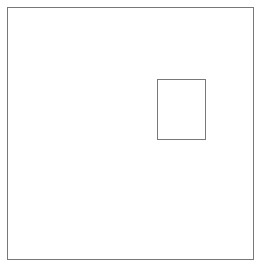
<source format=gbr>
%TF.GenerationSoftware,KiCad,Pcbnew,7.0.10*%
%TF.CreationDate,2024-01-21T16:50:34+01:00*%
%TF.ProjectId,powermeter,706f7765-726d-4657-9465-722e6b696361,rev?*%
%TF.SameCoordinates,Original*%
%TF.FileFunction,Profile,NP*%
%FSLAX46Y46*%
G04 Gerber Fmt 4.6, Leading zero omitted, Abs format (unit mm)*
G04 Created by KiCad (PCBNEW 7.0.10) date 2024-01-21 16:50:34*
%MOMM*%
%LPD*%
G01*
G04 APERTURE LIST*
%TA.AperFunction,Profile*%
%ADD10C,0.100000*%
%TD*%
G04 APERTURE END LIST*
D10*
X50292000Y-40894000D02*
X71120000Y-40894000D01*
X71120000Y-62230000D01*
X50292000Y-62230000D01*
X50292000Y-40894000D01*
X62992000Y-46990000D02*
X67056000Y-46990000D01*
X67056000Y-52070000D01*
X62992000Y-52070000D01*
X62992000Y-46990000D01*
M02*

</source>
